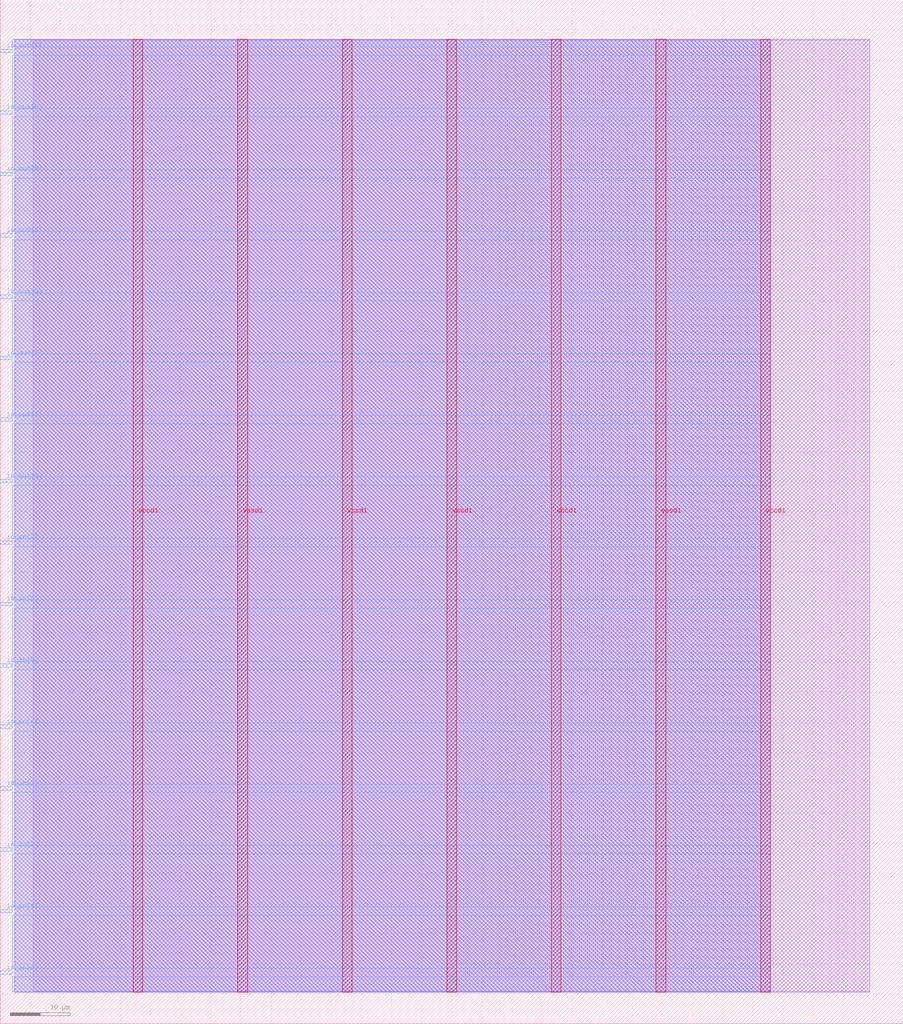
<source format=lef>
VERSION 5.7 ;
  NOWIREEXTENSIONATPIN ON ;
  DIVIDERCHAR "/" ;
  BUSBITCHARS "[]" ;
MACRO user_module_349228308755382868
  CLASS BLOCK ;
  FOREIGN user_module_349228308755382868 ;
  ORIGIN 0.000 0.000 ;
  SIZE 150.000 BY 170.000 ;
  PIN io_in[0]
    DIRECTION INPUT ;
    USE SIGNAL ;
    PORT
      LAYER met3 ;
        RECT 0.000 8.200 2.000 8.800 ;
    END
  END io_in[0]
  PIN io_in[1]
    DIRECTION INPUT ;
    USE SIGNAL ;
    PORT
      LAYER met3 ;
        RECT 0.000 18.400 2.000 19.000 ;
    END
  END io_in[1]
  PIN io_in[2]
    DIRECTION INPUT ;
    USE SIGNAL ;
    PORT
      LAYER met3 ;
        RECT 0.000 28.600 2.000 29.200 ;
    END
  END io_in[2]
  PIN io_in[3]
    DIRECTION INPUT ;
    USE SIGNAL ;
    PORT
      LAYER met3 ;
        RECT 0.000 38.800 2.000 39.400 ;
    END
  END io_in[3]
  PIN io_in[4]
    DIRECTION INPUT ;
    USE SIGNAL ;
    PORT
      LAYER met3 ;
        RECT 0.000 49.000 2.000 49.600 ;
    END
  END io_in[4]
  PIN io_in[5]
    DIRECTION INPUT ;
    USE SIGNAL ;
    PORT
      LAYER met3 ;
        RECT 0.000 59.200 2.000 59.800 ;
    END
  END io_in[5]
  PIN io_in[6]
    DIRECTION INPUT ;
    USE SIGNAL ;
    PORT
      LAYER met3 ;
        RECT 0.000 69.400 2.000 70.000 ;
    END
  END io_in[6]
  PIN io_in[7]
    DIRECTION INPUT ;
    USE SIGNAL ;
    PORT
      LAYER met3 ;
        RECT 0.000 79.600 2.000 80.200 ;
    END
  END io_in[7]
  PIN io_out[0]
    DIRECTION OUTPUT TRISTATE ;
    USE SIGNAL ;
    PORT
      LAYER met3 ;
        RECT 0.000 89.800 2.000 90.400 ;
    END
  END io_out[0]
  PIN io_out[1]
    DIRECTION OUTPUT TRISTATE ;
    USE SIGNAL ;
    PORT
      LAYER met3 ;
        RECT 0.000 100.000 2.000 100.600 ;
    END
  END io_out[1]
  PIN io_out[2]
    DIRECTION OUTPUT TRISTATE ;
    USE SIGNAL ;
    PORT
      LAYER met3 ;
        RECT 0.000 110.200 2.000 110.800 ;
    END
  END io_out[2]
  PIN io_out[3]
    DIRECTION OUTPUT TRISTATE ;
    USE SIGNAL ;
    PORT
      LAYER met3 ;
        RECT 0.000 120.400 2.000 121.000 ;
    END
  END io_out[3]
  PIN io_out[4]
    DIRECTION OUTPUT TRISTATE ;
    USE SIGNAL ;
    PORT
      LAYER met3 ;
        RECT 0.000 130.600 2.000 131.200 ;
    END
  END io_out[4]
  PIN io_out[5]
    DIRECTION OUTPUT TRISTATE ;
    USE SIGNAL ;
    PORT
      LAYER met3 ;
        RECT 0.000 140.800 2.000 141.400 ;
    END
  END io_out[5]
  PIN io_out[6]
    DIRECTION OUTPUT TRISTATE ;
    USE SIGNAL ;
    PORT
      LAYER met3 ;
        RECT 0.000 151.000 2.000 151.600 ;
    END
  END io_out[6]
  PIN io_out[7]
    DIRECTION OUTPUT TRISTATE ;
    USE SIGNAL ;
    PORT
      LAYER met3 ;
        RECT 0.000 161.200 2.000 161.800 ;
    END
  END io_out[7]
  PIN vccd1
    DIRECTION INOUT ;
    USE POWER ;
    PORT
      LAYER met4 ;
        RECT 22.090 5.200 23.690 163.440 ;
    END
    PORT
      LAYER met4 ;
        RECT 56.830 5.200 58.430 163.440 ;
    END
    PORT
      LAYER met4 ;
        RECT 91.570 5.200 93.170 163.440 ;
    END
    PORT
      LAYER met4 ;
        RECT 126.310 5.200 127.910 163.440 ;
    END
  END vccd1
  PIN vssd1
    DIRECTION INOUT ;
    USE GROUND ;
    PORT
      LAYER met4 ;
        RECT 39.460 5.200 41.060 163.440 ;
    END
    PORT
      LAYER met4 ;
        RECT 74.200 5.200 75.800 163.440 ;
    END
    PORT
      LAYER met4 ;
        RECT 108.940 5.200 110.540 163.440 ;
    END
  END vssd1
  OBS
      LAYER li1 ;
        RECT 5.520 5.355 144.440 163.285 ;
      LAYER met1 ;
        RECT 2.370 5.200 144.440 163.440 ;
      LAYER met2 ;
        RECT 2.390 5.255 127.880 163.385 ;
      LAYER met3 ;
        RECT 2.000 162.200 127.900 163.365 ;
        RECT 2.400 160.800 127.900 162.200 ;
        RECT 2.000 152.000 127.900 160.800 ;
        RECT 2.400 150.600 127.900 152.000 ;
        RECT 2.000 141.800 127.900 150.600 ;
        RECT 2.400 140.400 127.900 141.800 ;
        RECT 2.000 131.600 127.900 140.400 ;
        RECT 2.400 130.200 127.900 131.600 ;
        RECT 2.000 121.400 127.900 130.200 ;
        RECT 2.400 120.000 127.900 121.400 ;
        RECT 2.000 111.200 127.900 120.000 ;
        RECT 2.400 109.800 127.900 111.200 ;
        RECT 2.000 101.000 127.900 109.800 ;
        RECT 2.400 99.600 127.900 101.000 ;
        RECT 2.000 90.800 127.900 99.600 ;
        RECT 2.400 89.400 127.900 90.800 ;
        RECT 2.000 80.600 127.900 89.400 ;
        RECT 2.400 79.200 127.900 80.600 ;
        RECT 2.000 70.400 127.900 79.200 ;
        RECT 2.400 69.000 127.900 70.400 ;
        RECT 2.000 60.200 127.900 69.000 ;
        RECT 2.400 58.800 127.900 60.200 ;
        RECT 2.000 50.000 127.900 58.800 ;
        RECT 2.400 48.600 127.900 50.000 ;
        RECT 2.000 39.800 127.900 48.600 ;
        RECT 2.400 38.400 127.900 39.800 ;
        RECT 2.000 29.600 127.900 38.400 ;
        RECT 2.400 28.200 127.900 29.600 ;
        RECT 2.000 19.400 127.900 28.200 ;
        RECT 2.400 18.000 127.900 19.400 ;
        RECT 2.000 9.200 127.900 18.000 ;
        RECT 2.400 7.800 127.900 9.200 ;
        RECT 2.000 5.275 127.900 7.800 ;
  END
END user_module_349228308755382868
END LIBRARY


</source>
